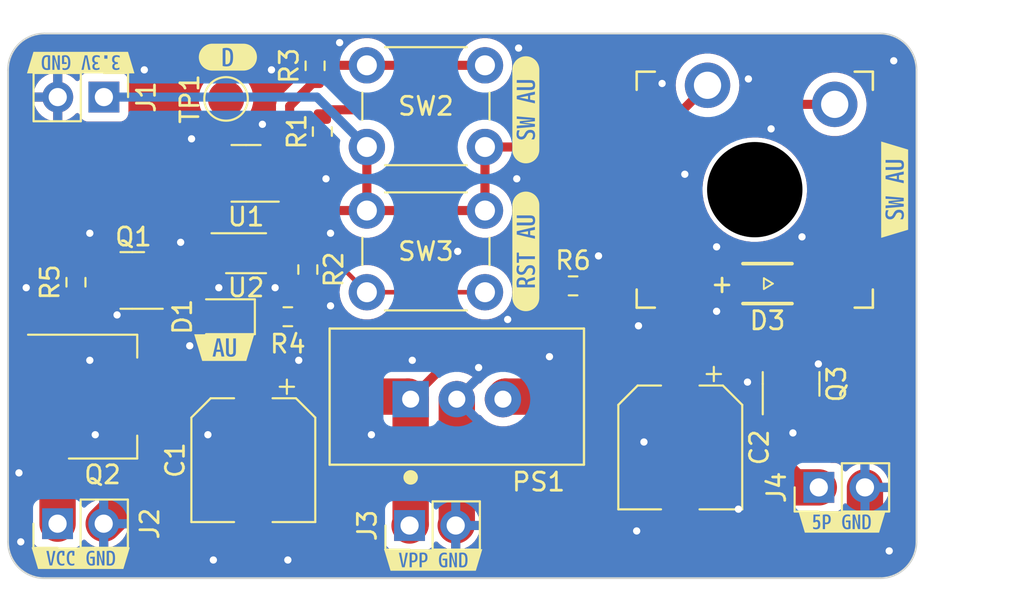
<source format=kicad_pcb>
(kicad_pcb (version 20221018) (generator pcbnew)
  (layers (0 "F.Cu" signal) (31 "B.Cu" signal) (34 "B.Paste" user) (35 "F.Paste" user) (36 "B.SilkS" user "B.Silkscreen") (37 "F.SilkS" user "F.Silkscreen") (38 "B.Mask" user) (39 "F.Mask" user) (44 "Edge.Cuts" user))
  (net 0 "")
  (net 1 "VPP")
  (net 2 "GND")
  (net 3 "+5P")
  (net 4 "Net-(D1-K)")
  (net 5 "Net-(D1-A)")
  (net 6 "VCC")
  (net 7 "Net-(Q1-D)")
  (net 8 "+3.3V")
  (net 9 "Net-(U1-A)")
  (net 10 "Net-(U1-B)")
  (net 11 "Net-(U2-~{CLR})")
  (net 12 "Net-(U1-S)")
  (net 14 "Net-(D3-K)")
  (net 15 "Net-(D3-A)")
  (footprint "kibuzzard-67BF20EF" (layer "F.Cu") (at 78.5 69.2 90)
    (fp_text reference "kibuzzard-67BF20EF" hide)
    (fp_text value "G***" hide)
  )
  (footprint "LED_SMD:LED_0805_2012Metric" (layer "F.Cu") (at 61.9 80.6 180)
    (fp_text reference "D1" (at 2.3 0 90) (layer "F.SilkS"))
    (fp_text value "YELLOW")
    (pad "1" smd roundrect (at -0.9375 0 180) (size 0.975 1.4) (layers "F.Cu" "F.Paste" "F.Mask") (net 4 "Net-(D1-K)"))
    (pad "2" smd roundrect (at 0.9375 0 180) (size 0.975 1.4) (layers "F.Cu" "F.Paste" "F.Mask") (net 5 "Net-(D1-A)"))
  )
  (footprint "Capacitor_SMD:CP_Elec_6.3x7.7" (layer "F.Cu") (at 87 87.8 -90)
    (fp_text reference "C2" (at 0 -4.35 90) (layer "F.SilkS"))
    (fp_text value "100uF")
    (pad "1" smd roundrect (at -2.7 0 270) (size 3.5 1.6) (layers "F.Cu" "F.Paste" "F.Mask") (roundrect_rratio 0.15625) (net 3 "+5P"))
    (pad "2" smd roundrect (at 2.7 0 270) (size 3.5 1.6) (layers "F.Cu" "F.Paste" "F.Mask") (roundrect_rratio 0.15625) (net 2 "GND"))
  )
  (footprint "kibuzzard-67BF2193" (layer "F.Cu") (at 73.4 94)
    (fp_text reference "kibuzzard-67BF2193" hide)
    (fp_text value "G***" hide)
  )
  (footprint "Resistor_SMD:R_0603_1608Metric" (layer "F.Cu") (at 66.5 78 -90)
    (fp_text reference "R2" (at 0 -1.43 90) (layer "F.SilkS"))
    (fp_text value "10k")
    (pad "1" smd roundrect (at -0.825 0 270) (size 0.8 0.95) (layers "F.Cu" "F.Paste" "F.Mask") (net 11 "Net-(U2-~{CLR})"))
    (pad "2" smd roundrect (at 0.825 0 270) (size 0.8 0.95) (layers "F.Cu" "F.Paste" "F.Mask") (net 2 "GND"))
  )
  (footprint "kibuzzard-67BF216A" (layer "F.Cu") (at 61.9 82.3)
    (fp_text reference "kibuzzard-67BF216A" hide)
    (fp_text value "G***" hide)
  )
  (footprint "Button_Switch_THT:SW_PUSH_6mm" (layer "F.Cu") (at 76.25 71.25 180)
    (fp_text reference "SW2" (at 3.25 2.25 180) (layer "F.SilkS"))
    (fp_text value "Soft AU")
    (pad "1" thru_hole circle (at 0 0 270) (size 2 2) (drill 1.1) (layers "*.Cu" "*.Mask") (net 8 "+3.3V"))
    (pad "1" thru_hole circle (at 6.5 0 270) (size 2 2) (drill 1.1) (layers "*.Cu" "*.Mask") (net 8 "+3.3V"))
    (pad "2" thru_hole circle (at 0 4.5 270) (size 2 2) (drill 1.1) (layers "*.Cu" "*.Mask") (net 10 "Net-(U1-B)"))
    (pad "2" thru_hole circle (at 6.5 4.5 270) (size 2 2) (drill 1.1) (layers "*.Cu" "*.Mask") (net 10 "Net-(U1-B)"))
  )
  (footprint "Package_TO_SOT_SMD:SOT-23-5" (layer "F.Cu") (at 63.1 72.7 180)
    (fp_text reference "U1" (at 0 -2.4) (layer "F.SilkS"))
    (fp_text value "SN74LVC1G32")
    (pad "1" smd roundrect (at -1.1375 -0.95 180) (size 1.325 0.6) (layers "F.Cu" "F.Paste" "F.Mask") (net 9 "Net-(U1-A)"))
    (pad "2" smd roundrect (at -1.1375 0 180) (size 1.325 0.6) (layers "F.Cu" "F.Paste" "F.Mask") (net 10 "Net-(U1-B)"))
    (pad "3" smd roundrect (at -1.1375 0.95 180) (size 1.325 0.6) (layers "F.Cu" "F.Paste" "F.Mask") (net 2 "GND"))
    (pad "4" smd roundrect (at 1.1375 0.95 180) (size 1.325 0.6) (layers "F.Cu" "F.Paste" "F.Mask") (net 12 "Net-(U1-S)"))
    (pad "5" smd roundrect (at 1.1375 -0.95 180) (size 1.325 0.6) (layers "F.Cu" "F.Paste" "F.Mask") (net 8 "+3.3V"))
  )
  (footprint "Resistor_SMD:R_0603_1608Metric" (layer "F.Cu") (at 81.1 78.9)
    (fp_text reference "R6" (at 0 -1.4) (layer "F.SilkS"))
    (fp_text value "510")
    (pad "1" smd roundrect (at -0.825 0) (size 0.8 0.95) (layers "F.Cu" "F.Paste" "F.Mask") (net 1 "VPP"))
    (pad "2" smd roundrect (at 0.825 0) (size 0.8 0.95) (layers "F.Cu" "F.Paste" "F.Mask") (net 15 "Net-(D3-A)"))
  )
  (footprint "Resistor_SMD:R_0603_1608Metric" (layer "F.Cu") (at 53.7375 78.7 90)
    (fp_text reference "R5" (at 0 -1.43 90) (layer "F.SilkS"))
    (fp_text value "10k")
    (pad "1" smd roundrect (at -0.825 0 90) (size 0.8 0.95) (layers "F.Cu" "F.Paste" "F.Mask") (net 6 "VCC"))
    (pad "2" smd roundrect (at 0.825 0 90) (size 0.8 0.95) (layers "F.Cu" "F.Paste" "F.Mask") (net 7 "Net-(Q1-D)"))
  )
  (footprint "Connector_PinHeader_2.54mm:PinHeader_1x02_P2.54mm_Vertical" (layer "F.Cu") (at 55.275 68.5 -90)
    (fp_text reference "J1" (at 0 -2.33 90) (layer "F.SilkS"))
    (fp_text value "Conn_01x02")
    (pad "1" thru_hole rect (at 0 0 270) (size 1.7 1.7) (drill 1) (layers "*.Cu" "*.Mask") (net 8 "+3.3V"))
    (pad "2" thru_hole oval (at 0 2.54 270) (size 1.7 1.7) (drill 1) (layers "*.Cu" "*.Mask") (net 2 "GND"))
  )
  (footprint "ComponentsEvo:SW_Gateron_LowProfile_THT" (layer "F.Cu") (at 91.1 73.6 180)
    (fp_text reference "SW1" hide)
    (fp_text value "Hard AU" hide)
    (pad "" np_thru_hole circle (at 0 0) (size 5.25 5.25) (drill 5.25) (layers "*.Mask"))
    (pad "1" thru_hole circle (at -4.4 4.7) (size 2.5 2.5) (drill 1.5) (layers "*.Cu" "B.Mask") (net 8 "+3.3V"))
    (pad "2" thru_hole circle (at 2.6 5.75) (size 2.5 2.5) (drill 1.5) (layers "*.Cu" "B.Mask") (net 9 "Net-(U1-A)"))
  )
  (footprint "Capacitor_SMD:CP_Elec_6.3x7.7" (layer "F.Cu") (at 63.5 88.5 -90)
    (fp_text reference "C1" (at 0 4.3 90) (layer "F.SilkS"))
    (fp_text value "100uF")
    (pad "1" smd roundrect (at -2.7 0 270) (size 3.5 1.6) (layers "F.Cu" "F.Paste" "F.Mask") (roundrect_rratio 0.15625) (net 1 "VPP"))
    (pad "2" smd roundrect (at 2.7 0 270) (size 3.5 1.6) (layers "F.Cu" "F.Paste" "F.Mask") (roundrect_rratio 0.15625) (net 2 "GND"))
  )
  (footprint "Package_TO_SOT_SMD:SOT-23" (layer "F.Cu") (at 93.1 84.3 90)
    (fp_text reference "Q3" (at 0 2.5 90) (layer "F.SilkS"))
    (fp_text value "Q_NMOS_GSD")
    (pad "1" smd roundrect (at -0.9375 -0.95 90) (size 1.475 0.6) (layers "F.Cu" "F.Paste" "F.Mask") (net 3 "+5P"))
    (pad "2" smd roundrect (at -0.9375 0.95 90) (size 1.475 0.6) (layers "F.Cu" "F.Paste" "F.Mask") (net 2 "GND"))
    (pad "3" smd roundrect (at 0.9375 0 90) (size 1.475 0.6) (layers "F.Cu" "F.Paste" "F.Mask") (net 14 "Net-(D3-K)"))
  )
  (footprint "Package_TO_SOT_SMD:SOT-23" (layer "F.Cu") (at 56.8375 78.6 180)
    (fp_text reference "Q1" (at -0.0625 2.4) (layer "F.SilkS"))
    (fp_text value "Q_NMOS_GSD")
    (pad "1" smd roundrect (at -0.9375 -0.95 180) (size 1.475 0.6) (layers "F.Cu" "F.Paste" "F.Mask") (net 5 "Net-(D1-A)"))
    (pad "2" smd roundrect (at -0.9375 0.95 180) (size 1.475 0.6) (layers "F.Cu" "F.Paste" "F.Mask") (net 2 "GND"))
    (pad "3" smd roundrect (at 0.9375 0 180) (size 1.475 0.6) (layers "F.Cu" "F.Paste" "F.Mask") (net 7 "Net-(Q1-D)"))
  )
  (footprint "Connector_PinHeader_2.54mm:PinHeader_1x02_P2.54mm_Vertical" (layer "F.Cu") (at 72.1 92.1 90)
    (fp_text reference "J3" (at 0 -2.33 90) (layer "F.SilkS"))
    (fp_text value "Conn_01x02")
    (pad "1" thru_hole rect (at 0 0 90) (size 1.7 1.7) (drill 1) (layers "*.Cu" "*.Mask") (net 1 "VPP"))
    (pad "2" thru_hole oval (at 0 2.54 90) (size 1.7 1.7) (drill 1) (layers "*.Cu" "*.Mask") (net 2 "GND"))
  )
  (footprint "Connector_PinHeader_2.54mm:PinHeader_1x02_P2.54mm_Vertical" (layer "F.Cu") (at 94.625 90 90)
    (fp_text reference "J4" (at 0 -2.33 90) (layer "F.SilkS"))
    (fp_text value "Conn_01x02")
    (pad "1" thru_hole rect (at 0 0 90) (size 1.7 1.7) (drill 1) (layers "*.Cu" "*.Mask") (net 3 "+5P"))
    (pad "2" thru_hole oval (at 0 2.54 90) (size 1.7 1.7) (drill 1) (layers "*.Cu" "*.Mask") (net 2 "GND"))
  )
  (footprint "TestPoint:TestPoint_Pad_D2.0mm" (layer "F.Cu") (at 62 68.6)
    (fp_text reference "TP1" (at -2 0 90) (layer "F.SilkS"))
    (fp_text value "TestPoint")
    (pad "1" smd circle (at 0 0) (size 2 2) (layers "F.Cu" "F.Mask") (net 12 "Net-(U1-S)"))
  )
  (footprint "Package_SO:VSSOP-8_2.3x2mm_P0.5mm" (layer "F.Cu") (at 63.1 77.1)
    (fp_text reference "U2" (at 0 1.9) (layer "F.SilkS"))
    (fp_text value "SN74LVC2G74")
    (pad "1" smd rect (at -1.55 -0.75 270) (size 0.3 0.8) (layers "F.Cu" "F.Paste" "F.Mask") (net 12 "Net-(U1-S)"))
    (pad "2" smd rect (at -1.55 -0.25 270) (size 0.3 0.8) (layers "F.Cu" "F.Paste" "F.Mask") (net 8 "+3.3V"))
    (pad "3" smd rect (at -1.55 0.25 270) (size 0.3 0.8) (layers "F.Cu" "F.Paste" "F.Mask") (net 5 "Net-(D1-A)"))
    (pad "4" smd rect (at -1.55 0.75 270) (size 0.3 0.8) (layers "F.Cu" "F.Paste" "F.Mask") (net 2 "GND"))
    (pad "5" smd rect (at 1.55 0.75 270) (size 0.3 0.8) (layers "F.Cu" "F.Paste" "F.Mask"))
    (pad "6" smd rect (at 1.55 0.25 270) (size 0.3 0.8) (layers "F.Cu" "F.Paste" "F.Mask") (net 11 "Net-(U2-~{CLR})"))
    (pad "7" smd rect (at 1.55 -0.25 270) (size 0.3 0.8) (layers "F.Cu" "F.Paste" "F.Mask") (net 8 "+3.3V"))
    (pad "8" smd rect (at 1.55 -0.75 270) (size 0.3 0.8) (layers "F.Cu" "F.Paste" "F.Mask") (net 8 "+3.3V"))
  )
  (footprint "Resistor_SMD:R_0603_1608Metric" (layer "F.Cu") (at 65.4 80.6)
    (fp_text reference "R4" (at 0 1.5) (layer "F.SilkS"))
    (fp_text value "510")
    (pad "1" smd roundrect (at -0.825 0) (size 0.8 0.95) (layers "F.Cu" "F.Paste" "F.Mask") (net 4 "Net-(D1-K)"))
    (pad "2" smd roundrect (at 0.825 0) (size 0.8 0.95) (layers "F.Cu" "F.Paste" "F.Mask") (net 2 "GND"))
  )
  (footprint "kibuzzard-67BF225B" (layer "F.Cu") (at 54 93.9)
    (fp_text reference "kibuzzard-67BF225B" hide)
    (fp_text value "G***" hide)
  )
  (footprint "Connector_PinHeader_2.54mm:PinHeader_1x02_P2.54mm_Vertical" (layer "F.Cu") (at 52.725 92 90)
    (fp_text reference "J2" (at 0 5.075 90) (layer "F.SilkS"))
    (fp_text value "Conn_01x02")
    (pad "1" thru_hole rect (at 0 0 90) (size 1.7 1.7) (drill 1) (layers "*.Cu" "*.Mask") (net 6 "VCC"))
    (pad "2" thru_hole oval (at 0 2.54 90) (size 1.7 1.7) (drill 1) (layers "*.Cu" "*.Mask") (net 2 "GND"))
  )
  (footprint "kibuzzard-67BF210C" (layer "F.Cu") (at 78.5 77 90)
    (fp_text reference "kibuzzard-67BF210C" hide)
    (fp_text value "G***" hide)
  )
  (footprint "Button_Switch_THT:SW_PUSH_6mm" (layer "F.Cu") (at 69.75 74.75)
    (fp_text reference "SW3" (at 3.25 2.25) (layer "F.SilkS"))
    (fp_text value "Reset AU")
    (pad "1" thru_hole circle (at 0 0 90) (size 2 2) (drill 1.1) (layers "*.Cu" "*.Mask") (net 8 "+3.3V"))
    (pad "1" thru_hole circle (at 6.5 0 90) (size 2 2) (drill 1.1) (layers "*.Cu" "*.Mask") (net 8 "+3.3V"))
    (pad "2" thru_hole circle (at 0 4.5 90) (size 2 2) (drill 1.1) (layers "*.Cu" "*.Mask") (net 11 "Net-(U2-~{CLR})"))
    (pad "2" thru_hole circle (at 6.5 4.5 90) (size 2 2) (drill 1.1) (layers "*.Cu" "*.Mask") (net 11 "Net-(U2-~{CLR})"))
  )
  (footprint "kibuzzard-67BF21E9" (layer "F.Cu") (at 62.1 66.3)
    (fp_text reference "kibuzzard-67BF21E9" hide)
    (fp_text value "G***" hide)
  )
  (footprint "ComponentsEvo:TSR_2-2450" (layer "F.Cu") (at 74.7 85)
    (fp_text reference "PS1" (at 4.5 4.7) (layer "F.SilkS"))
    (fp_text value "TSR_2-2450")
    (pad "1" thru_hole rect (at -2.54 0.14) (size 2 2) (drill 0.94) (layers "*.Cu" "*.Mask") (net 1 "VPP"))
    (pad "2" thru_hole circle (at 0 0.14) (size 2 2) (drill 0.94) (layers "*.Cu" "*.Mask") (net 2 "GND"))
    (pad "3" thru_hole circle (at 2.54 0.14) (size 2 2) (drill 0.94) (layers "*.Cu" "*.Mask") (net 3 "+5P"))
  )
  (footprint "Resistor_SMD:R_0603_1608Metric" (layer "F.Cu") (at 67.3 70.4 -90)
    (fp_text reference "R1" (at 0 1.4 90) (layer "F.SilkS"))
    (fp_text value "10k")
    (pad "1" smd roundrect (at -0.825 0 270) (size 0.8 0.95) (layers "F.Cu" "F.Paste" "F.Mask") (net 9 "Net-(U1-A)"))
    (pad "2" smd roundrect (at 0.825 0 270) (size 0.8 0.95) (layers "F.Cu" "F.Paste" "F.Mask") (net 2 "GND"))
  )
  (footprint "Package_TO_SOT_SMD:SOT-223-3_TabPin2" (layer "F.Cu") (at 55.2 85)
    (fp_text reference "Q2" (at 0 4.3) (layer "F.SilkS"))
    (fp_text value "Q_PMOS_GDS")
    (pad "1" smd rect (at -3.15 -2.3) (size 2 1.5) (layers "F.Cu" "F.Paste" "F.Mask") (net 7 "Net-(Q1-D)"))
    (pad "2" smd rect (at -3.15 0) (size 2 1.5) (layers "F.Cu" "F.Paste" "F.Mask") (net 1 "VPP"))
    (pad "2" smd rect (at 3.15 0) (size 2 3.8) (layers "F.Cu" "F.Paste" "F.Mask") (net 1 "VPP"))
    (pad "3" smd rect (at -3.15 2.3) (size 2 1.5) (layers "F.Cu" "F.Paste" "F.Mask") (net 6 "VCC"))
  )
  (footprint "kibuzzard-67BF20D4" (layer "F.Cu") (at 98.8 73.6 90)
    (fp_text reference "kibuzzard-67BF20D4" hide)
    (fp_text value "G***" hide)
  )
  (footprint "Resistor_SMD:R_0603_1608Metric" (layer "F.Cu") (at 66.9 66.775 90)
    (fp_text reference "R3" (at 0 -1.43 90) (layer "F.SilkS"))
    (fp_text value "10k")
    (pad "1" smd roundrect (at -0.825 0 90) (size 0.8 0.95) (layers "F.Cu" "F.Paste" "F.Mask") (net 10 "Net-(U1-B)"))
    (pad "2" smd roundrect (at 0.825 0 90) (size 0.8 0.95) (layers "F.Cu" "F.Paste" "F.Mask") (net 2 "GND"))
  )
  (footprint "kibuzzard-67C03801" (layer "F.Cu") (at 95.9 91.9)
    (fp_text reference "kibuzzard-67C03801" hide)
    (fp_text value "G***" hide)
  )
  (footprint "kibuzzard-67FD2C7C" (layer "F.Cu") (at 54 66.6 180)
    (fp_text reference "kibuzzard-67FD2C7C" hide)
    (fp_text value "G***" hide)
  )
  (footprint "ComponentsEvo:WL-SMTW_3020" (layer "F.Cu") (at 91.8 78.775 180)
    (fp_text reference "D3" (at 0 -2.625) (layer "F.SilkS") (effects (justify bottom)))
    (fp_text value "GREEN")
    (fp_text user "+" (at 2.5 0) (layer "F.SilkS"))
    (pad "1" smd rect (at -1.2 0 180) (size 0.8 1.6) (layers "F.Cu" "F.Paste" "F.Mask") (net 14 "Net-(D3-K)"))
    (pad "2" smd rect (at 1.2 0 180) (size 0.8 1.6) (layers "F.Cu" "F.Paste" "F.Mask") (net 15 "Net-(D3-A)"))
  )
  (gr_arc (start 50 67) (mid 50.585786 65.585786) (end 52 65) (stroke (width 0.1)) (layer "Edge.Cuts"))
  (gr_arc (start 52 95) (mid 50.585786 94.414214) (end 50 93) (stroke (width 0.1)) (layer "Edge.Cuts"))
  (gr_line (start 50 93) (end 50 67) (stroke (width 0.1)) (layer "Edge.Cuts"))
  (gr_line (start 52 65) (end 98 65) (stroke (width 0.1)) (layer "Edge.Cuts"))
  (gr_arc (start 100 93) (mid 99.414214 94.414214) (end 98 95) (stroke (width 0.1)) (layer "Edge.Cuts"))
  (gr_arc (start 98 65) (mid 99.414214 65.585786) (end 100 67) (stroke (width 0.1)) (layer "Edge.Cuts"))
  (gr_line (start 100 67) (end 100 93) (stroke (width 0.1)) (layer "Edge.Cuts"))
  (gr_line (start 98 95) (end 52 95) (stroke (width 0.1)) (layer "Edge.Cuts"))
  (segment (start 75.2 82.1) (end 78.65 82.1) (width 0.5) (layer "F.Cu") (net 1))
  (segment (start 72.16 85.14) (end 75.2 82.1) (width 0.5) (layer "F.Cu") (net 1))
  (segment (start 72.02 85) (end 72.16 85.14) (width 2) (layer "F.Cu") (net 1))
  (segment (start 58.35 85) (end 72.02 85) (width 2) (layer "F.Cu") (net 1))
  (segment (start 52.05 85) (end 58.35 85) (width 2) (layer "F.Cu") (net 1))
  (segment (start 72.16 85.14) (end 72.16 92.04) (width 2) (layer "F.Cu") (net 1))
  (segment (start 78.65 82.1) (end 80.275 80.475) (width 0.5) (layer "F.Cu") (net 1))
  (segment (start 72.16 92.04) (end 72.1 92.1) (width 2) (layer "F.Cu") (net 1))
  (segment (start 80.275 80.475) (end 80.275 78.9) (width 0.5) (layer "F.Cu") (net 1))
  (segment (start 87 91.4) (end 89.3 93.7) (width 2) (layer "F.Cu") (net 2))
  (segment (start 67.3 72.8) (end 67.5 73) (width 0.5) (layer "F.Cu") (net 2))
  (segment (start 61.6 78.6) (end 61.55 78.55) (width 0.25) (layer "F.Cu") (net 2))
  (segment (start 67.3 71.225) (end 67.3 72.8) (width 0.5) (layer "F.Cu") (net 2))
  (segment (start 87 90.5) (end 87 91.4) (width 2) (layer "F.Cu") (net 2))
  (segment (start 56.965 90.3) (end 55.265 92) (width 2) (layer "F.Cu") (net 2))
  (segment (start 62.6 90.3) (end 56.965 90.3) (width 2) (layer "F.Cu") (net 2))
  (segment (start 63.5 91.2) (end 62.6 90.3) (width 2) (layer "F.Cu") (net 2))
  (segment (start 95.1 93.7) (end 97.165 91.635) (width 2) (layer "F.Cu") (net 2))
  (segment (start 64.2375 70.2375) (end 64 70) (width 0.5) (layer "F.Cu") (net 2))
  (segment (start 74.7 85.14) (end 74.7 92.04) (width 2) (layer "F.Cu") (net 2))
  (segment (start 61.6 79) (end 61.6 78.6) (width 0.25) (layer "F.Cu") (net 2))
  (segment (start 89.3 93.7) (end 95.1 93.7) (width 2) (layer "F.Cu") (net 2))
  (segment (start 74.7 92.04) (end 74.64 92.1) (width 2) (layer "F.Cu") (net 2))
  (segment (start 64.2375 71.75) (end 64.2375 70.2375) (width 0.5) (layer "F.Cu") (net 2))
  (segment (start 61.55 78.55) (end 61.55 77.85) (width 0.25) (layer "F.Cu") (net 2))
  (segment (start 97.165 91.635) (end 97.165 90) (width 2) (layer "F.Cu") (net 2))
  (via (at 67.5 73) (size 0.8) (drill 0.4) (layers "F.Cu" "B.Cu") (net 2))
  (via (at 67.75 76) (size 0.8) (drill 0.4) (layers "F.Cu" "B.Cu") (net 2))
  (via (at 89 76.75) (size 0.8) (drill 0.4) (layers "F.Cu" "B.Cu") (net 2))
  (via (at 61.6 79) (size 0.8) (drill 0.4) (layers "F.Cu" "B.Cu") (net 2))
  (via (at 70 87.1) (size 0.8) (drill 0.4) (layers "F.Cu" "B.Cu") (net 2))
  (via (at 84.6 92.4) (size 0.8) (drill 0.4) (layers "F.Cu" "B.Cu") (net 2))
  (via (at 74.75 77) (size 0.8) (drill 0.4) (layers "F.Cu" "B.Cu") (net 2))
  (via (at 67.75 80) (size 0.8) (drill 0.4) (layers "F.Cu" "B.Cu") (net 2))
  (via (at 64.7 79) (size 0.8) (drill 0.4) (layers "F.Cu" "B.Cu") (net 2))
  (via (at 89 80.3) (size 0.8) (drill 0.4) (layers "F.Cu" "B.Cu") (net 2))
  (via (at 94.6 83.2) (size 0.8) (drill 0.4) (layers "F.Cu" "B.Cu") (net 2))
  (via (at 77.5 80.75) (size 0.8) (drill 0.4) (layers "F.Cu" "B.Cu") (net 2))
  (via (at 51 79) (size 0.8) (drill 0.4) (layers "F.Cu" "B.Cu") (net 2))
  (via (at 79.8 82.8) (size 0.8) (drill 0.4) (layers "F.Cu" "B.Cu") (net 2))
  (via (at 54.5 76) (size 0.8) (drill 0.4) (layers "F.Cu" "B.Cu") (net 2))
  (via (at 54.5 83) (size 0.8) (drill 0.4) (layers "F.Cu" "B.Cu") (net 2))
  (via (at 64.5 67) (size 0.8) (drill 0.4) (layers "F.Cu" "B.Cu") (net 2))
  (via (at 90.7 84.2) (size 0.8) (drill 0.4) (layers "F.Cu" "B.Cu") (net 2))
  (via (at 56 80.5) (size 0.8) (drill 0.4) (layers "F.Cu" "B.Cu") (net 2))
  (via (at 57.5 67) (size 0.8) (drill 0.4) (layers "F.Cu" "B.Cu") (net 2))
  (via (at 65.4 94) (size 0.8) (drill 0.4) (layers "F.Cu" "B.Cu") (net 2))
  (via (at 50.6 89.2) (size 0.8) (drill 0.4) (layers "F.Cu" "B.Cu") (net 2))
  (via (at 98.5 93.5) (size 0.8) (drill 0.4) (layers "F.Cu" "B.Cu") (net 2))
  (via (at 68.25 65.5) (size 0.8) (drill 0.4) (layers "F.Cu" "B.Cu") (net 2))
  (via (at 59.5 76.5) (size 0.8) (drill 0.4) (layers "F.Cu" "B.Cu") (net 2))
  (via (at 64 70) (size 0.8) (drill 0.4) (layers "F.Cu" "B.Cu") (net 2))
  (via (at 93.2 87) (size 0.8) (drill 0.4) (layers "F.Cu" "B.Cu") (net 2))
  (via (at 66 83) (size 0.8) (drill 0.4) (layers "F.Cu" "B.Cu") (net 2))
  (via (at 61.3 94) (size 0.8) (drill 0.4) (layers "F.Cu" "B.Cu") (net 2))
  (via (at 90.75 67.5) (size 0.8) (drill 0.4) (layers "F.Cu" "B.Cu") (net 2))
  (via (at 84.7 81.1) (size 0.8) (drill 0.4) (layers "F.Cu" "B.Cu") (net 2))
  (via (at 93.7 76.2) (size 0.8) (drill 0.4) (layers "F.Cu" "B.Cu") (net 2))
  (via (at 60.1 70.8) (size 0.8) (drill 0.4) (layers "F.Cu" "B.Cu") (net 2))
  (via (at 61 87.1) (size 0.8) (drill 0.4) (layers "F.Cu" "B.Cu") (net 2))
  (via (at 72.25 83) (size 0.8) (drill 0.4) (layers "F.Cu" "B.Cu") (net 2))
  (via (at 54.8 87.1) (size 0.8) (drill 0.4) (layers "F.Cu" "B.Cu") (net 2))
  (via (at 60 82.2) (size 0.8) (drill 0.4) (layers "F.Cu" "B.Cu") (net 2))
  (via (at 90.2 91.2) (size 0.8) (drill 0.4) (layers "F.Cu" "B.Cu") (net 2))
  (via (at 86 67.75) (size 0.8) (drill 0.4) (layers "F.Cu" "B.Cu") (net 2))
  (via (at 92 70.25) (size 0.8) (drill 0.4) (layers "F.Cu" "B.Cu") (net 2))
  (via (at 87.25 72.75) (size 0.8) (drill 0.4) (layers "F.Cu" "B.Cu") (net 2))
  (via (at 75.9 83.4) (size 0.8) (drill 0.4) (layers "F.Cu" "B.Cu") (net 2))
  (via (at 50.7 93) (size 0.8) (drill 0.4) (layers "F.Cu" "B.Cu") (net 2))
  (via (at 85 87.5) (size 0.8) (drill 0.4) (layers "F.Cu" "B.Cu") (net 2))
  (via (at 82.5 77.25) (size 0.8) (drill 0.4) (layers "F.Cu" "B.Cu") (net 2))
  (via (at 78.1 65.8) (size 0.8) (drill 0.4) (layers "F.Cu" "B.Cu") (net 2))
  (via (at 98.75 66.5) (size 0.8) (drill 0.4) (layers "F.Cu" "B.Cu") (net 2))
  (via (at 78 73) (size 0.8) (drill 0.4) (layers "F.Cu" "B.Cu") (net 2))
  (segment (start 88.3 85.1) (end 90.65 87.45) (width 2) (layer "F.Cu") (net 3))
  (segment (start 92.15 85.95) (end 90.65 87.45) (width 0.5) (layer "F.Cu") (net 3))
  (segment (start 86.9 85) (end 87 85.1) (width 2) (layer "F.Cu") (net 3))
  (segment (start 90.65 87.45) (end 93.2 90) (width 2) (layer "F.Cu") (net 3))
  (segment (start 77.24 85.14) (end 77.38 85) (width 2) (layer "F.Cu") (net 3))
  (segment (start 87 85.1) (end 88.3 85.1) (width 2) (layer "F.Cu") (net 3))
  (segment (start 93.2 90) (end 94.625 90) (width 2) (layer "F.Cu") (net 3))
  (segment (start 92.15 85.2375) (end 92.15 85.95) (width 0.5) (layer "F.Cu") (net 3))
  (segment (start 77.38 85) (end 86.9 85) (width 2) (layer "F.Cu") (net 3))
  (segment (start 62.8375 80.6) (end 64.575 80.6) (width 0.5) (layer "F.Cu") (net 4))
  (segment (start 59.9125 78.2875) (end 59.9125 79.55) (width 0.25) (layer "F.Cu") (net 5))
  (segment (start 59.9125 79.55) (end 60.9625 80.6) (width 0.5) (layer "F.Cu") (net 5))
  (segment (start 59.6 79.55) (end 59.9125 79.55) (width 0.5) (layer "F.Cu") (net 5))
  (segment (start 57.775 79.55) (end 59.6 79.55) (width 0.5) (layer "F.Cu") (net 5))
  (segment (start 60.85 77.35) (end 59.9125 78.2875) (width 0.25) (layer "F.Cu") (net 5))
  (segment (start 61.55 77.35) (end 60.85 77.35) (width 0.25) (layer "F.Cu") (net 5))
  (segment (start 51.6 87.4) (end 51.95 87.4) (width 0.5) (layer "F.Cu") (net 6))
  (segment (start 53.7375 79.525) (end 52.375 79.525) (width 0.5) (layer "F.Cu") (net 6))
  (segment (start 51.95 87.4) (end 52.05 87.3) (width 0.5) (layer "F.Cu") (net 6))
  (segment (start 52.375 79.525) (end 50.5 81.4) (width 0.5) (layer "F.Cu") (net 6))
  (segment (start 52.725 92) (end 52.725 87.975) (width 2) (layer "F.Cu") (net 6))
  (segment (start 50.5 81.4) (end 50.5 86.3) (width 0.5) (layer "F.Cu") (net 6))
  (segment (start 51.5 87.3) (end 50.5 86.3) (width 0.5) (layer "F.Cu") (net 6))
  (segment (start 52.725 87.975) (end 52.05 87.3) (width 2) (layer "F.Cu") (net 6))
  (segment (start 52.05 87.3) (end 51.5 87.3) (width 0.5) (layer "F.Cu") (net 6))
  (segment (start 54.6625 78.8) (end 54.4625 78.6) (width 0.5) (layer "F.Cu") (net 7))
  (segment (start 52.05 82.7) (end 52.45 82.7) (width 0.5) (layer "F.Cu") (net 7))
  (segment (start 54.4625 78.6) (end 53.7375 77.875) (width 0.5) (layer "F.Cu") (net 7))
  (segment (start 54.6625 80.4875) (end 54.6625 78.8) (width 0.5) (layer "F.Cu") (net 7))
  (segment (start 55.9 78.6) (end 54.4625 78.6) (width 0.5) (layer "F.Cu") (net 7))
  (segment (start 52.45 82.7) (end 54.6625 80.4875) (width 0.5) (layer "F.Cu") (net 7))
  (segment (start 76.25 71.25) (end 88.75 71.25) (width 0.5) (layer "F.Cu") (net 8))
  (segment (start 65.6 76.3) (end 65.55 76.35) (width 0.25) (layer "F.Cu") (net 8))
  (segment (start 62.45 76.85) (end 63.0625 76.2375) (width 0.25) (layer "F.Cu") (net 8))
  (segment (start 67.2 74.75) (end 65.6 74.75) (width 0.5) (layer "F.Cu") (net 8))
  (segment (start 69.75 71.25) (end 69.75 74.75) (width 0.5) (layer "F.Cu") (net 8))
  (segment (start 61.55 76.85) (end 62.45 76.85) (width 0.25) (layer "F.Cu") (net 8))
  (segment (start 65.35 76.85) (end 65.6 76.6) (width 0.25) (layer "F.Cu") (net 8))
  (segment (start 88.75 71.25) (end 91.1 68.9) (width 0.5) (layer "F.Cu") (net 8))
  (segment (start 76.25 71.25) (end 76.25 74.75) (width 0.5) (layer "F.Cu") (net 8))
  (segment (start 67.2 74.75) (end 69.75 74.75) (width 0.5) (layer "F.Cu") (net 8))
  (segment (start 65.6 76.3) (end 65.6 74.75) (width 0.25) (layer "F.Cu") (net 8))
  (segment (start 63.0625 76.2375) (end 63.0625 74.75) (width 0.25) (layer "F.Cu") (net 8))
  (segment (start 64.65 76.85) (end 65.35 76.85) (width 0.25) (layer "F.Cu") (net 8))
  (segment (start 65.6 76.6) (end 65.6 76.3) (width 0.25) (layer "F.Cu") (net 8))
  (segment (start 91.1 68.9) (end 95.5 68.9) (width 0.5) (layer "F.Cu") (net 8))
  (segment (start 69.75 74.75) (end 76.25 74.75) (width 0.5) (layer "F.Cu") (net 8))
  (segment (start 65.55 76.35) (end 64.65 76.35) (width 0.25) (layer "F.Cu") (net 8))
  (segment (start 65.6 74.75) (end 63.0625 74.75) (width 0.5) (layer "F.Cu") (net 8))
  (segment (start 63.0625 74.75) (end 61.9625 73.65) (width 0.5) (layer "F.Cu") (net 8))
  (segment (start 55.275 68.5) (end 67 68.5) (width 0.5) (layer "B.Cu") (net 8))
  (segment (start 67 68.5) (end 69.75 71.25) (width 0.5) (layer "B.Cu") (net 8))
  (segment (start 65.33995 73.65) (end 64.2375 73.65) (width 0.5) (layer "F.Cu") (net 9))
  (segment (start 67.3 69.575) (end 66.2 70.675) (width 0.5) (layer "F.Cu") (net 9))
  (segment (start 88.5 67.85) (end 87.15 69.2) (width 0.5) (layer "F.Cu") (net 9))
  (segment (start 66.2 72.78995) (end 65.33995 73.65) (width 0.5) (layer "F.Cu") (net 9))
  (segment (start 66.2 70.675) (end 66.2 72.78995) (width 0.5) (layer "F.Cu") (net 9))
  (segment (start 87.15 69.2) (end 67.675 69.2) (width 0.5) (layer "F.Cu") (net 9))
  (segment (start 67.675 69.2) (end 67.3 69.575) (width 0.5) (layer "F.Cu") (net 9))
  (segment (start 64.2375 72.7) (end 65.3 72.7) (width 0.5) (layer "F.Cu") (net 10))
  (segment (start 65.5 69) (end 67.75 66.75) (width 0.5) (layer "F.Cu") (net 10))
  (segment (start 65.3 72.7) (end 65.5 72.5) (width 0.5) (layer "F.Cu") (net 10))
  (segment (start 67.75 66.75) (end 69.75 66.75) (width 0.5) (layer "F.Cu") (net 10))
  (segment (start 69.75 66.75) (end 76.25 66.75) (width 0.5) (layer "F.Cu") (net 10))
  (segment (start 65.5 72.5) (end 65.5 69) (width 0.5) (layer "F.Cu") (net 10))
  (segment (start 69.75 79.25) (end 76.25 79.25) (width 0.25) (layer "F.Cu") (net 11))
  (segment (start 67.85 77.35) (end 69.75 79.25) (width 0.25) (layer "F.Cu") (net 11))
  (segment (start 64.65 77.35) (end 67.85 77.35) (width 0.25) (layer "F.Cu") (net 11))
  (segment (start 61.9625 71.75) (end 62 71.7125) (width 0.5) (layer "F.Cu") (net 12))
  (segment (start 60.975 75.975) (end 61.35 76.35) (width 0.25) (layer "F.Cu") (net 12))
  (segment (start 62 71.7125) (end 62 68.6) (width 0.5) (layer "F.Cu") (net 12))
  (segment (start 61.9625 71.75) (end 61.65 71.75) (width 0.25) (layer "F.Cu") (net 12))
  (segment (start 61.65 71.75) (end 60.975 72.425) (width 0.25) (layer "F.Cu") (net 12))
  (segment (start 61.35 76.35) (end 61.55 76.35) (width 0.25) (layer "F.Cu") (net 12))
  (segment (start 60.975 72.425) (end 60.975 75.975) (width 0.25) (layer "F.Cu") (net 12))
  (segment (start 93.1 78.875) (end 93 78.775) (width 0.5) (layer "F.Cu") (net 14))
  (segment (start 93.1 83.3625) (end 93.1 78.875) (width 0.5) (layer "F.Cu") (net 14))
  (segment (start 82.05 78.775) (end 90.6 78.775) (width 0.5) (layer "F.Cu") (net 15))
  (segment (start 81.925 78.9) (end 82.05 78.775) (width 0.5) (layer "F.Cu") (net 15))
  (zone (net 2) (net_name "GND") (layers "F&B.Cu") (connect_pads (clearance 0.5)) (min_thickness 0.25) (fill yes (thermal_gap 0.5) (thermal_bridge_width 0.5))
    (polygon (pts (xy 100 65) (xy 50 65) (xy 50 95) (xy 100 95)))
  )
)
</source>
